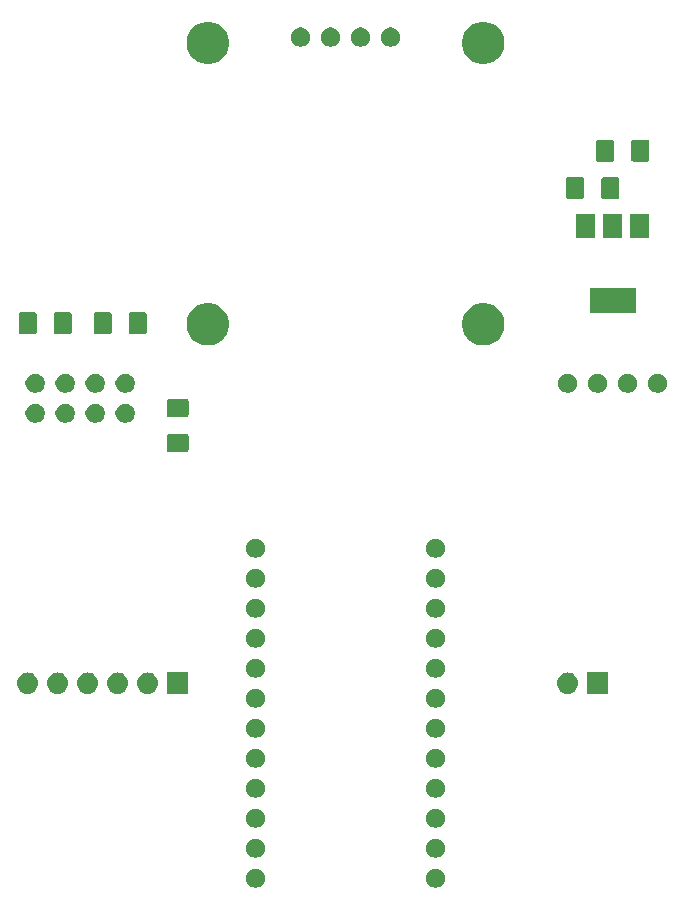
<source format=gbr>
G04 #@! TF.GenerationSoftware,KiCad,Pcbnew,5.1.4+dfsg1-1*
G04 #@! TF.CreationDate,2020-03-31T16:34:19+11:00*
G04 #@! TF.ProjectId,temp0_schematic,74656d70-305f-4736-9368-656d61746963,rev?*
G04 #@! TF.SameCoordinates,Original*
G04 #@! TF.FileFunction,Soldermask,Bot*
G04 #@! TF.FilePolarity,Negative*
%FSLAX46Y46*%
G04 Gerber Fmt 4.6, Leading zero omitted, Abs format (unit mm)*
G04 Created by KiCad (PCBNEW 5.1.4+dfsg1-1) date 2020-03-31 16:34:19*
%MOMM*%
%LPD*%
G04 APERTURE LIST*
%ADD10C,0.100000*%
G04 APERTURE END LIST*
D10*
G36*
X150347142Y-130028242D02*
G01*
X150495101Y-130089529D01*
X150628255Y-130178499D01*
X150741501Y-130291745D01*
X150830471Y-130424899D01*
X150891758Y-130572858D01*
X150923000Y-130729925D01*
X150923000Y-130890075D01*
X150891758Y-131047142D01*
X150830471Y-131195101D01*
X150741501Y-131328255D01*
X150628255Y-131441501D01*
X150495101Y-131530471D01*
X150347142Y-131591758D01*
X150190075Y-131623000D01*
X150029925Y-131623000D01*
X149872858Y-131591758D01*
X149724899Y-131530471D01*
X149591745Y-131441501D01*
X149478499Y-131328255D01*
X149389529Y-131195101D01*
X149328242Y-131047142D01*
X149297000Y-130890075D01*
X149297000Y-130729925D01*
X149328242Y-130572858D01*
X149389529Y-130424899D01*
X149478499Y-130291745D01*
X149591745Y-130178499D01*
X149724899Y-130089529D01*
X149872858Y-130028242D01*
X150029925Y-129997000D01*
X150190075Y-129997000D01*
X150347142Y-130028242D01*
X150347142Y-130028242D01*
G37*
G36*
X135107142Y-130028242D02*
G01*
X135255101Y-130089529D01*
X135388255Y-130178499D01*
X135501501Y-130291745D01*
X135590471Y-130424899D01*
X135651758Y-130572858D01*
X135683000Y-130729925D01*
X135683000Y-130890075D01*
X135651758Y-131047142D01*
X135590471Y-131195101D01*
X135501501Y-131328255D01*
X135388255Y-131441501D01*
X135255101Y-131530471D01*
X135107142Y-131591758D01*
X134950075Y-131623000D01*
X134789925Y-131623000D01*
X134632858Y-131591758D01*
X134484899Y-131530471D01*
X134351745Y-131441501D01*
X134238499Y-131328255D01*
X134149529Y-131195101D01*
X134088242Y-131047142D01*
X134057000Y-130890075D01*
X134057000Y-130729925D01*
X134088242Y-130572858D01*
X134149529Y-130424899D01*
X134238499Y-130291745D01*
X134351745Y-130178499D01*
X134484899Y-130089529D01*
X134632858Y-130028242D01*
X134789925Y-129997000D01*
X134950075Y-129997000D01*
X135107142Y-130028242D01*
X135107142Y-130028242D01*
G37*
G36*
X150347142Y-127488242D02*
G01*
X150495101Y-127549529D01*
X150628255Y-127638499D01*
X150741501Y-127751745D01*
X150830471Y-127884899D01*
X150891758Y-128032858D01*
X150923000Y-128189925D01*
X150923000Y-128350075D01*
X150891758Y-128507142D01*
X150830471Y-128655101D01*
X150741501Y-128788255D01*
X150628255Y-128901501D01*
X150495101Y-128990471D01*
X150347142Y-129051758D01*
X150190075Y-129083000D01*
X150029925Y-129083000D01*
X149872858Y-129051758D01*
X149724899Y-128990471D01*
X149591745Y-128901501D01*
X149478499Y-128788255D01*
X149389529Y-128655101D01*
X149328242Y-128507142D01*
X149297000Y-128350075D01*
X149297000Y-128189925D01*
X149328242Y-128032858D01*
X149389529Y-127884899D01*
X149478499Y-127751745D01*
X149591745Y-127638499D01*
X149724899Y-127549529D01*
X149872858Y-127488242D01*
X150029925Y-127457000D01*
X150190075Y-127457000D01*
X150347142Y-127488242D01*
X150347142Y-127488242D01*
G37*
G36*
X135107142Y-127488242D02*
G01*
X135255101Y-127549529D01*
X135388255Y-127638499D01*
X135501501Y-127751745D01*
X135590471Y-127884899D01*
X135651758Y-128032858D01*
X135683000Y-128189925D01*
X135683000Y-128350075D01*
X135651758Y-128507142D01*
X135590471Y-128655101D01*
X135501501Y-128788255D01*
X135388255Y-128901501D01*
X135255101Y-128990471D01*
X135107142Y-129051758D01*
X134950075Y-129083000D01*
X134789925Y-129083000D01*
X134632858Y-129051758D01*
X134484899Y-128990471D01*
X134351745Y-128901501D01*
X134238499Y-128788255D01*
X134149529Y-128655101D01*
X134088242Y-128507142D01*
X134057000Y-128350075D01*
X134057000Y-128189925D01*
X134088242Y-128032858D01*
X134149529Y-127884899D01*
X134238499Y-127751745D01*
X134351745Y-127638499D01*
X134484899Y-127549529D01*
X134632858Y-127488242D01*
X134789925Y-127457000D01*
X134950075Y-127457000D01*
X135107142Y-127488242D01*
X135107142Y-127488242D01*
G37*
G36*
X135107142Y-124948242D02*
G01*
X135255101Y-125009529D01*
X135388255Y-125098499D01*
X135501501Y-125211745D01*
X135590471Y-125344899D01*
X135651758Y-125492858D01*
X135683000Y-125649925D01*
X135683000Y-125810075D01*
X135651758Y-125967142D01*
X135590471Y-126115101D01*
X135501501Y-126248255D01*
X135388255Y-126361501D01*
X135255101Y-126450471D01*
X135107142Y-126511758D01*
X134950075Y-126543000D01*
X134789925Y-126543000D01*
X134632858Y-126511758D01*
X134484899Y-126450471D01*
X134351745Y-126361501D01*
X134238499Y-126248255D01*
X134149529Y-126115101D01*
X134088242Y-125967142D01*
X134057000Y-125810075D01*
X134057000Y-125649925D01*
X134088242Y-125492858D01*
X134149529Y-125344899D01*
X134238499Y-125211745D01*
X134351745Y-125098499D01*
X134484899Y-125009529D01*
X134632858Y-124948242D01*
X134789925Y-124917000D01*
X134950075Y-124917000D01*
X135107142Y-124948242D01*
X135107142Y-124948242D01*
G37*
G36*
X150347142Y-124948242D02*
G01*
X150495101Y-125009529D01*
X150628255Y-125098499D01*
X150741501Y-125211745D01*
X150830471Y-125344899D01*
X150891758Y-125492858D01*
X150923000Y-125649925D01*
X150923000Y-125810075D01*
X150891758Y-125967142D01*
X150830471Y-126115101D01*
X150741501Y-126248255D01*
X150628255Y-126361501D01*
X150495101Y-126450471D01*
X150347142Y-126511758D01*
X150190075Y-126543000D01*
X150029925Y-126543000D01*
X149872858Y-126511758D01*
X149724899Y-126450471D01*
X149591745Y-126361501D01*
X149478499Y-126248255D01*
X149389529Y-126115101D01*
X149328242Y-125967142D01*
X149297000Y-125810075D01*
X149297000Y-125649925D01*
X149328242Y-125492858D01*
X149389529Y-125344899D01*
X149478499Y-125211745D01*
X149591745Y-125098499D01*
X149724899Y-125009529D01*
X149872858Y-124948242D01*
X150029925Y-124917000D01*
X150190075Y-124917000D01*
X150347142Y-124948242D01*
X150347142Y-124948242D01*
G37*
G36*
X135107142Y-122408242D02*
G01*
X135255101Y-122469529D01*
X135388255Y-122558499D01*
X135501501Y-122671745D01*
X135590471Y-122804899D01*
X135651758Y-122952858D01*
X135683000Y-123109925D01*
X135683000Y-123270075D01*
X135651758Y-123427142D01*
X135590471Y-123575101D01*
X135501501Y-123708255D01*
X135388255Y-123821501D01*
X135255101Y-123910471D01*
X135107142Y-123971758D01*
X134950075Y-124003000D01*
X134789925Y-124003000D01*
X134632858Y-123971758D01*
X134484899Y-123910471D01*
X134351745Y-123821501D01*
X134238499Y-123708255D01*
X134149529Y-123575101D01*
X134088242Y-123427142D01*
X134057000Y-123270075D01*
X134057000Y-123109925D01*
X134088242Y-122952858D01*
X134149529Y-122804899D01*
X134238499Y-122671745D01*
X134351745Y-122558499D01*
X134484899Y-122469529D01*
X134632858Y-122408242D01*
X134789925Y-122377000D01*
X134950075Y-122377000D01*
X135107142Y-122408242D01*
X135107142Y-122408242D01*
G37*
G36*
X150347142Y-122408242D02*
G01*
X150495101Y-122469529D01*
X150628255Y-122558499D01*
X150741501Y-122671745D01*
X150830471Y-122804899D01*
X150891758Y-122952858D01*
X150923000Y-123109925D01*
X150923000Y-123270075D01*
X150891758Y-123427142D01*
X150830471Y-123575101D01*
X150741501Y-123708255D01*
X150628255Y-123821501D01*
X150495101Y-123910471D01*
X150347142Y-123971758D01*
X150190075Y-124003000D01*
X150029925Y-124003000D01*
X149872858Y-123971758D01*
X149724899Y-123910471D01*
X149591745Y-123821501D01*
X149478499Y-123708255D01*
X149389529Y-123575101D01*
X149328242Y-123427142D01*
X149297000Y-123270075D01*
X149297000Y-123109925D01*
X149328242Y-122952858D01*
X149389529Y-122804899D01*
X149478499Y-122671745D01*
X149591745Y-122558499D01*
X149724899Y-122469529D01*
X149872858Y-122408242D01*
X150029925Y-122377000D01*
X150190075Y-122377000D01*
X150347142Y-122408242D01*
X150347142Y-122408242D01*
G37*
G36*
X150347142Y-119868242D02*
G01*
X150495101Y-119929529D01*
X150628255Y-120018499D01*
X150741501Y-120131745D01*
X150830471Y-120264899D01*
X150891758Y-120412858D01*
X150923000Y-120569925D01*
X150923000Y-120730075D01*
X150891758Y-120887142D01*
X150830471Y-121035101D01*
X150741501Y-121168255D01*
X150628255Y-121281501D01*
X150495101Y-121370471D01*
X150347142Y-121431758D01*
X150190075Y-121463000D01*
X150029925Y-121463000D01*
X149872858Y-121431758D01*
X149724899Y-121370471D01*
X149591745Y-121281501D01*
X149478499Y-121168255D01*
X149389529Y-121035101D01*
X149328242Y-120887142D01*
X149297000Y-120730075D01*
X149297000Y-120569925D01*
X149328242Y-120412858D01*
X149389529Y-120264899D01*
X149478499Y-120131745D01*
X149591745Y-120018499D01*
X149724899Y-119929529D01*
X149872858Y-119868242D01*
X150029925Y-119837000D01*
X150190075Y-119837000D01*
X150347142Y-119868242D01*
X150347142Y-119868242D01*
G37*
G36*
X135107142Y-119868242D02*
G01*
X135255101Y-119929529D01*
X135388255Y-120018499D01*
X135501501Y-120131745D01*
X135590471Y-120264899D01*
X135651758Y-120412858D01*
X135683000Y-120569925D01*
X135683000Y-120730075D01*
X135651758Y-120887142D01*
X135590471Y-121035101D01*
X135501501Y-121168255D01*
X135388255Y-121281501D01*
X135255101Y-121370471D01*
X135107142Y-121431758D01*
X134950075Y-121463000D01*
X134789925Y-121463000D01*
X134632858Y-121431758D01*
X134484899Y-121370471D01*
X134351745Y-121281501D01*
X134238499Y-121168255D01*
X134149529Y-121035101D01*
X134088242Y-120887142D01*
X134057000Y-120730075D01*
X134057000Y-120569925D01*
X134088242Y-120412858D01*
X134149529Y-120264899D01*
X134238499Y-120131745D01*
X134351745Y-120018499D01*
X134484899Y-119929529D01*
X134632858Y-119868242D01*
X134789925Y-119837000D01*
X134950075Y-119837000D01*
X135107142Y-119868242D01*
X135107142Y-119868242D01*
G37*
G36*
X150347142Y-117328242D02*
G01*
X150495101Y-117389529D01*
X150628255Y-117478499D01*
X150741501Y-117591745D01*
X150830471Y-117724899D01*
X150891758Y-117872858D01*
X150923000Y-118029925D01*
X150923000Y-118190075D01*
X150891758Y-118347142D01*
X150830471Y-118495101D01*
X150741501Y-118628255D01*
X150628255Y-118741501D01*
X150495101Y-118830471D01*
X150347142Y-118891758D01*
X150190075Y-118923000D01*
X150029925Y-118923000D01*
X149872858Y-118891758D01*
X149724899Y-118830471D01*
X149591745Y-118741501D01*
X149478499Y-118628255D01*
X149389529Y-118495101D01*
X149328242Y-118347142D01*
X149297000Y-118190075D01*
X149297000Y-118029925D01*
X149328242Y-117872858D01*
X149389529Y-117724899D01*
X149478499Y-117591745D01*
X149591745Y-117478499D01*
X149724899Y-117389529D01*
X149872858Y-117328242D01*
X150029925Y-117297000D01*
X150190075Y-117297000D01*
X150347142Y-117328242D01*
X150347142Y-117328242D01*
G37*
G36*
X135107142Y-117328242D02*
G01*
X135255101Y-117389529D01*
X135388255Y-117478499D01*
X135501501Y-117591745D01*
X135590471Y-117724899D01*
X135651758Y-117872858D01*
X135683000Y-118029925D01*
X135683000Y-118190075D01*
X135651758Y-118347142D01*
X135590471Y-118495101D01*
X135501501Y-118628255D01*
X135388255Y-118741501D01*
X135255101Y-118830471D01*
X135107142Y-118891758D01*
X134950075Y-118923000D01*
X134789925Y-118923000D01*
X134632858Y-118891758D01*
X134484899Y-118830471D01*
X134351745Y-118741501D01*
X134238499Y-118628255D01*
X134149529Y-118495101D01*
X134088242Y-118347142D01*
X134057000Y-118190075D01*
X134057000Y-118029925D01*
X134088242Y-117872858D01*
X134149529Y-117724899D01*
X134238499Y-117591745D01*
X134351745Y-117478499D01*
X134484899Y-117389529D01*
X134632858Y-117328242D01*
X134789925Y-117297000D01*
X134950075Y-117297000D01*
X135107142Y-117328242D01*
X135107142Y-117328242D01*
G37*
G36*
X150347142Y-114788242D02*
G01*
X150495101Y-114849529D01*
X150628255Y-114938499D01*
X150741501Y-115051745D01*
X150830471Y-115184899D01*
X150891758Y-115332858D01*
X150923000Y-115489925D01*
X150923000Y-115650075D01*
X150891758Y-115807142D01*
X150830471Y-115955101D01*
X150741501Y-116088255D01*
X150628255Y-116201501D01*
X150495101Y-116290471D01*
X150347142Y-116351758D01*
X150190075Y-116383000D01*
X150029925Y-116383000D01*
X149872858Y-116351758D01*
X149724899Y-116290471D01*
X149591745Y-116201501D01*
X149478499Y-116088255D01*
X149389529Y-115955101D01*
X149328242Y-115807142D01*
X149297000Y-115650075D01*
X149297000Y-115489925D01*
X149328242Y-115332858D01*
X149389529Y-115184899D01*
X149478499Y-115051745D01*
X149591745Y-114938499D01*
X149724899Y-114849529D01*
X149872858Y-114788242D01*
X150029925Y-114757000D01*
X150190075Y-114757000D01*
X150347142Y-114788242D01*
X150347142Y-114788242D01*
G37*
G36*
X135107142Y-114788242D02*
G01*
X135255101Y-114849529D01*
X135388255Y-114938499D01*
X135501501Y-115051745D01*
X135590471Y-115184899D01*
X135651758Y-115332858D01*
X135683000Y-115489925D01*
X135683000Y-115650075D01*
X135651758Y-115807142D01*
X135590471Y-115955101D01*
X135501501Y-116088255D01*
X135388255Y-116201501D01*
X135255101Y-116290471D01*
X135107142Y-116351758D01*
X134950075Y-116383000D01*
X134789925Y-116383000D01*
X134632858Y-116351758D01*
X134484899Y-116290471D01*
X134351745Y-116201501D01*
X134238499Y-116088255D01*
X134149529Y-115955101D01*
X134088242Y-115807142D01*
X134057000Y-115650075D01*
X134057000Y-115489925D01*
X134088242Y-115332858D01*
X134149529Y-115184899D01*
X134238499Y-115051745D01*
X134351745Y-114938499D01*
X134484899Y-114849529D01*
X134632858Y-114788242D01*
X134789925Y-114757000D01*
X134950075Y-114757000D01*
X135107142Y-114788242D01*
X135107142Y-114788242D01*
G37*
G36*
X123300443Y-113405519D02*
G01*
X123366627Y-113412037D01*
X123536466Y-113463557D01*
X123692991Y-113547222D01*
X123728729Y-113576552D01*
X123830186Y-113659814D01*
X123904585Y-113750471D01*
X123942778Y-113797009D01*
X124026443Y-113953534D01*
X124077963Y-114123373D01*
X124095359Y-114300000D01*
X124077963Y-114476627D01*
X124026443Y-114646466D01*
X123942778Y-114802991D01*
X123913448Y-114838729D01*
X123830186Y-114940186D01*
X123728729Y-115023448D01*
X123692991Y-115052778D01*
X123536466Y-115136443D01*
X123366627Y-115187963D01*
X123300442Y-115194482D01*
X123234260Y-115201000D01*
X123145740Y-115201000D01*
X123079558Y-115194482D01*
X123013373Y-115187963D01*
X122843534Y-115136443D01*
X122687009Y-115052778D01*
X122651271Y-115023448D01*
X122549814Y-114940186D01*
X122466552Y-114838729D01*
X122437222Y-114802991D01*
X122353557Y-114646466D01*
X122302037Y-114476627D01*
X122284641Y-114300000D01*
X122302037Y-114123373D01*
X122353557Y-113953534D01*
X122437222Y-113797009D01*
X122475415Y-113750471D01*
X122549814Y-113659814D01*
X122651271Y-113576552D01*
X122687009Y-113547222D01*
X122843534Y-113463557D01*
X123013373Y-113412037D01*
X123079557Y-113405519D01*
X123145740Y-113399000D01*
X123234260Y-113399000D01*
X123300443Y-113405519D01*
X123300443Y-113405519D01*
G37*
G36*
X161400443Y-113405519D02*
G01*
X161466627Y-113412037D01*
X161636466Y-113463557D01*
X161792991Y-113547222D01*
X161828729Y-113576552D01*
X161930186Y-113659814D01*
X162004585Y-113750471D01*
X162042778Y-113797009D01*
X162126443Y-113953534D01*
X162177963Y-114123373D01*
X162195359Y-114300000D01*
X162177963Y-114476627D01*
X162126443Y-114646466D01*
X162042778Y-114802991D01*
X162013448Y-114838729D01*
X161930186Y-114940186D01*
X161828729Y-115023448D01*
X161792991Y-115052778D01*
X161636466Y-115136443D01*
X161466627Y-115187963D01*
X161400442Y-115194482D01*
X161334260Y-115201000D01*
X161245740Y-115201000D01*
X161179558Y-115194482D01*
X161113373Y-115187963D01*
X160943534Y-115136443D01*
X160787009Y-115052778D01*
X160751271Y-115023448D01*
X160649814Y-114940186D01*
X160566552Y-114838729D01*
X160537222Y-114802991D01*
X160453557Y-114646466D01*
X160402037Y-114476627D01*
X160384641Y-114300000D01*
X160402037Y-114123373D01*
X160453557Y-113953534D01*
X160537222Y-113797009D01*
X160575415Y-113750471D01*
X160649814Y-113659814D01*
X160751271Y-113576552D01*
X160787009Y-113547222D01*
X160943534Y-113463557D01*
X161113373Y-113412037D01*
X161179557Y-113405519D01*
X161245740Y-113399000D01*
X161334260Y-113399000D01*
X161400443Y-113405519D01*
X161400443Y-113405519D01*
G37*
G36*
X164731000Y-115201000D02*
G01*
X162929000Y-115201000D01*
X162929000Y-113399000D01*
X164731000Y-113399000D01*
X164731000Y-115201000D01*
X164731000Y-115201000D01*
G37*
G36*
X129171000Y-115201000D02*
G01*
X127369000Y-115201000D01*
X127369000Y-113399000D01*
X129171000Y-113399000D01*
X129171000Y-115201000D01*
X129171000Y-115201000D01*
G37*
G36*
X125840443Y-113405519D02*
G01*
X125906627Y-113412037D01*
X126076466Y-113463557D01*
X126232991Y-113547222D01*
X126268729Y-113576552D01*
X126370186Y-113659814D01*
X126444585Y-113750471D01*
X126482778Y-113797009D01*
X126566443Y-113953534D01*
X126617963Y-114123373D01*
X126635359Y-114300000D01*
X126617963Y-114476627D01*
X126566443Y-114646466D01*
X126482778Y-114802991D01*
X126453448Y-114838729D01*
X126370186Y-114940186D01*
X126268729Y-115023448D01*
X126232991Y-115052778D01*
X126076466Y-115136443D01*
X125906627Y-115187963D01*
X125840442Y-115194482D01*
X125774260Y-115201000D01*
X125685740Y-115201000D01*
X125619558Y-115194482D01*
X125553373Y-115187963D01*
X125383534Y-115136443D01*
X125227009Y-115052778D01*
X125191271Y-115023448D01*
X125089814Y-114940186D01*
X125006552Y-114838729D01*
X124977222Y-114802991D01*
X124893557Y-114646466D01*
X124842037Y-114476627D01*
X124824641Y-114300000D01*
X124842037Y-114123373D01*
X124893557Y-113953534D01*
X124977222Y-113797009D01*
X125015415Y-113750471D01*
X125089814Y-113659814D01*
X125191271Y-113576552D01*
X125227009Y-113547222D01*
X125383534Y-113463557D01*
X125553373Y-113412037D01*
X125619557Y-113405519D01*
X125685740Y-113399000D01*
X125774260Y-113399000D01*
X125840443Y-113405519D01*
X125840443Y-113405519D01*
G37*
G36*
X120760443Y-113405519D02*
G01*
X120826627Y-113412037D01*
X120996466Y-113463557D01*
X121152991Y-113547222D01*
X121188729Y-113576552D01*
X121290186Y-113659814D01*
X121364585Y-113750471D01*
X121402778Y-113797009D01*
X121486443Y-113953534D01*
X121537963Y-114123373D01*
X121555359Y-114300000D01*
X121537963Y-114476627D01*
X121486443Y-114646466D01*
X121402778Y-114802991D01*
X121373448Y-114838729D01*
X121290186Y-114940186D01*
X121188729Y-115023448D01*
X121152991Y-115052778D01*
X120996466Y-115136443D01*
X120826627Y-115187963D01*
X120760442Y-115194482D01*
X120694260Y-115201000D01*
X120605740Y-115201000D01*
X120539558Y-115194482D01*
X120473373Y-115187963D01*
X120303534Y-115136443D01*
X120147009Y-115052778D01*
X120111271Y-115023448D01*
X120009814Y-114940186D01*
X119926552Y-114838729D01*
X119897222Y-114802991D01*
X119813557Y-114646466D01*
X119762037Y-114476627D01*
X119744641Y-114300000D01*
X119762037Y-114123373D01*
X119813557Y-113953534D01*
X119897222Y-113797009D01*
X119935415Y-113750471D01*
X120009814Y-113659814D01*
X120111271Y-113576552D01*
X120147009Y-113547222D01*
X120303534Y-113463557D01*
X120473373Y-113412037D01*
X120539557Y-113405519D01*
X120605740Y-113399000D01*
X120694260Y-113399000D01*
X120760443Y-113405519D01*
X120760443Y-113405519D01*
G37*
G36*
X118220443Y-113405519D02*
G01*
X118286627Y-113412037D01*
X118456466Y-113463557D01*
X118612991Y-113547222D01*
X118648729Y-113576552D01*
X118750186Y-113659814D01*
X118824585Y-113750471D01*
X118862778Y-113797009D01*
X118946443Y-113953534D01*
X118997963Y-114123373D01*
X119015359Y-114300000D01*
X118997963Y-114476627D01*
X118946443Y-114646466D01*
X118862778Y-114802991D01*
X118833448Y-114838729D01*
X118750186Y-114940186D01*
X118648729Y-115023448D01*
X118612991Y-115052778D01*
X118456466Y-115136443D01*
X118286627Y-115187963D01*
X118220442Y-115194482D01*
X118154260Y-115201000D01*
X118065740Y-115201000D01*
X117999558Y-115194482D01*
X117933373Y-115187963D01*
X117763534Y-115136443D01*
X117607009Y-115052778D01*
X117571271Y-115023448D01*
X117469814Y-114940186D01*
X117386552Y-114838729D01*
X117357222Y-114802991D01*
X117273557Y-114646466D01*
X117222037Y-114476627D01*
X117204641Y-114300000D01*
X117222037Y-114123373D01*
X117273557Y-113953534D01*
X117357222Y-113797009D01*
X117395415Y-113750471D01*
X117469814Y-113659814D01*
X117571271Y-113576552D01*
X117607009Y-113547222D01*
X117763534Y-113463557D01*
X117933373Y-113412037D01*
X117999557Y-113405519D01*
X118065740Y-113399000D01*
X118154260Y-113399000D01*
X118220443Y-113405519D01*
X118220443Y-113405519D01*
G37*
G36*
X115680443Y-113405519D02*
G01*
X115746627Y-113412037D01*
X115916466Y-113463557D01*
X116072991Y-113547222D01*
X116108729Y-113576552D01*
X116210186Y-113659814D01*
X116284585Y-113750471D01*
X116322778Y-113797009D01*
X116406443Y-113953534D01*
X116457963Y-114123373D01*
X116475359Y-114300000D01*
X116457963Y-114476627D01*
X116406443Y-114646466D01*
X116322778Y-114802991D01*
X116293448Y-114838729D01*
X116210186Y-114940186D01*
X116108729Y-115023448D01*
X116072991Y-115052778D01*
X115916466Y-115136443D01*
X115746627Y-115187963D01*
X115680442Y-115194482D01*
X115614260Y-115201000D01*
X115525740Y-115201000D01*
X115459558Y-115194482D01*
X115393373Y-115187963D01*
X115223534Y-115136443D01*
X115067009Y-115052778D01*
X115031271Y-115023448D01*
X114929814Y-114940186D01*
X114846552Y-114838729D01*
X114817222Y-114802991D01*
X114733557Y-114646466D01*
X114682037Y-114476627D01*
X114664641Y-114300000D01*
X114682037Y-114123373D01*
X114733557Y-113953534D01*
X114817222Y-113797009D01*
X114855415Y-113750471D01*
X114929814Y-113659814D01*
X115031271Y-113576552D01*
X115067009Y-113547222D01*
X115223534Y-113463557D01*
X115393373Y-113412037D01*
X115459557Y-113405519D01*
X115525740Y-113399000D01*
X115614260Y-113399000D01*
X115680443Y-113405519D01*
X115680443Y-113405519D01*
G37*
G36*
X135107142Y-112248242D02*
G01*
X135255101Y-112309529D01*
X135388255Y-112398499D01*
X135501501Y-112511745D01*
X135590471Y-112644899D01*
X135651758Y-112792858D01*
X135683000Y-112949925D01*
X135683000Y-113110075D01*
X135651758Y-113267142D01*
X135590471Y-113415101D01*
X135501501Y-113548255D01*
X135388255Y-113661501D01*
X135255101Y-113750471D01*
X135107142Y-113811758D01*
X134950075Y-113843000D01*
X134789925Y-113843000D01*
X134632858Y-113811758D01*
X134484899Y-113750471D01*
X134351745Y-113661501D01*
X134238499Y-113548255D01*
X134149529Y-113415101D01*
X134088242Y-113267142D01*
X134057000Y-113110075D01*
X134057000Y-112949925D01*
X134088242Y-112792858D01*
X134149529Y-112644899D01*
X134238499Y-112511745D01*
X134351745Y-112398499D01*
X134484899Y-112309529D01*
X134632858Y-112248242D01*
X134789925Y-112217000D01*
X134950075Y-112217000D01*
X135107142Y-112248242D01*
X135107142Y-112248242D01*
G37*
G36*
X150347142Y-112248242D02*
G01*
X150495101Y-112309529D01*
X150628255Y-112398499D01*
X150741501Y-112511745D01*
X150830471Y-112644899D01*
X150891758Y-112792858D01*
X150923000Y-112949925D01*
X150923000Y-113110075D01*
X150891758Y-113267142D01*
X150830471Y-113415101D01*
X150741501Y-113548255D01*
X150628255Y-113661501D01*
X150495101Y-113750471D01*
X150347142Y-113811758D01*
X150190075Y-113843000D01*
X150029925Y-113843000D01*
X149872858Y-113811758D01*
X149724899Y-113750471D01*
X149591745Y-113661501D01*
X149478499Y-113548255D01*
X149389529Y-113415101D01*
X149328242Y-113267142D01*
X149297000Y-113110075D01*
X149297000Y-112949925D01*
X149328242Y-112792858D01*
X149389529Y-112644899D01*
X149478499Y-112511745D01*
X149591745Y-112398499D01*
X149724899Y-112309529D01*
X149872858Y-112248242D01*
X150029925Y-112217000D01*
X150190075Y-112217000D01*
X150347142Y-112248242D01*
X150347142Y-112248242D01*
G37*
G36*
X135107142Y-109708242D02*
G01*
X135255101Y-109769529D01*
X135388255Y-109858499D01*
X135501501Y-109971745D01*
X135590471Y-110104899D01*
X135651758Y-110252858D01*
X135683000Y-110409925D01*
X135683000Y-110570075D01*
X135651758Y-110727142D01*
X135590471Y-110875101D01*
X135501501Y-111008255D01*
X135388255Y-111121501D01*
X135255101Y-111210471D01*
X135107142Y-111271758D01*
X134950075Y-111303000D01*
X134789925Y-111303000D01*
X134632858Y-111271758D01*
X134484899Y-111210471D01*
X134351745Y-111121501D01*
X134238499Y-111008255D01*
X134149529Y-110875101D01*
X134088242Y-110727142D01*
X134057000Y-110570075D01*
X134057000Y-110409925D01*
X134088242Y-110252858D01*
X134149529Y-110104899D01*
X134238499Y-109971745D01*
X134351745Y-109858499D01*
X134484899Y-109769529D01*
X134632858Y-109708242D01*
X134789925Y-109677000D01*
X134950075Y-109677000D01*
X135107142Y-109708242D01*
X135107142Y-109708242D01*
G37*
G36*
X150347142Y-109708242D02*
G01*
X150495101Y-109769529D01*
X150628255Y-109858499D01*
X150741501Y-109971745D01*
X150830471Y-110104899D01*
X150891758Y-110252858D01*
X150923000Y-110409925D01*
X150923000Y-110570075D01*
X150891758Y-110727142D01*
X150830471Y-110875101D01*
X150741501Y-111008255D01*
X150628255Y-111121501D01*
X150495101Y-111210471D01*
X150347142Y-111271758D01*
X150190075Y-111303000D01*
X150029925Y-111303000D01*
X149872858Y-111271758D01*
X149724899Y-111210471D01*
X149591745Y-111121501D01*
X149478499Y-111008255D01*
X149389529Y-110875101D01*
X149328242Y-110727142D01*
X149297000Y-110570075D01*
X149297000Y-110409925D01*
X149328242Y-110252858D01*
X149389529Y-110104899D01*
X149478499Y-109971745D01*
X149591745Y-109858499D01*
X149724899Y-109769529D01*
X149872858Y-109708242D01*
X150029925Y-109677000D01*
X150190075Y-109677000D01*
X150347142Y-109708242D01*
X150347142Y-109708242D01*
G37*
G36*
X150347142Y-107168242D02*
G01*
X150495101Y-107229529D01*
X150628255Y-107318499D01*
X150741501Y-107431745D01*
X150830471Y-107564899D01*
X150891758Y-107712858D01*
X150923000Y-107869925D01*
X150923000Y-108030075D01*
X150891758Y-108187142D01*
X150830471Y-108335101D01*
X150741501Y-108468255D01*
X150628255Y-108581501D01*
X150495101Y-108670471D01*
X150347142Y-108731758D01*
X150190075Y-108763000D01*
X150029925Y-108763000D01*
X149872858Y-108731758D01*
X149724899Y-108670471D01*
X149591745Y-108581501D01*
X149478499Y-108468255D01*
X149389529Y-108335101D01*
X149328242Y-108187142D01*
X149297000Y-108030075D01*
X149297000Y-107869925D01*
X149328242Y-107712858D01*
X149389529Y-107564899D01*
X149478499Y-107431745D01*
X149591745Y-107318499D01*
X149724899Y-107229529D01*
X149872858Y-107168242D01*
X150029925Y-107137000D01*
X150190075Y-107137000D01*
X150347142Y-107168242D01*
X150347142Y-107168242D01*
G37*
G36*
X135107142Y-107168242D02*
G01*
X135255101Y-107229529D01*
X135388255Y-107318499D01*
X135501501Y-107431745D01*
X135590471Y-107564899D01*
X135651758Y-107712858D01*
X135683000Y-107869925D01*
X135683000Y-108030075D01*
X135651758Y-108187142D01*
X135590471Y-108335101D01*
X135501501Y-108468255D01*
X135388255Y-108581501D01*
X135255101Y-108670471D01*
X135107142Y-108731758D01*
X134950075Y-108763000D01*
X134789925Y-108763000D01*
X134632858Y-108731758D01*
X134484899Y-108670471D01*
X134351745Y-108581501D01*
X134238499Y-108468255D01*
X134149529Y-108335101D01*
X134088242Y-108187142D01*
X134057000Y-108030075D01*
X134057000Y-107869925D01*
X134088242Y-107712858D01*
X134149529Y-107564899D01*
X134238499Y-107431745D01*
X134351745Y-107318499D01*
X134484899Y-107229529D01*
X134632858Y-107168242D01*
X134789925Y-107137000D01*
X134950075Y-107137000D01*
X135107142Y-107168242D01*
X135107142Y-107168242D01*
G37*
G36*
X150347142Y-104628242D02*
G01*
X150495101Y-104689529D01*
X150628255Y-104778499D01*
X150741501Y-104891745D01*
X150830471Y-105024899D01*
X150891758Y-105172858D01*
X150923000Y-105329925D01*
X150923000Y-105490075D01*
X150891758Y-105647142D01*
X150830471Y-105795101D01*
X150741501Y-105928255D01*
X150628255Y-106041501D01*
X150495101Y-106130471D01*
X150347142Y-106191758D01*
X150190075Y-106223000D01*
X150029925Y-106223000D01*
X149872858Y-106191758D01*
X149724899Y-106130471D01*
X149591745Y-106041501D01*
X149478499Y-105928255D01*
X149389529Y-105795101D01*
X149328242Y-105647142D01*
X149297000Y-105490075D01*
X149297000Y-105329925D01*
X149328242Y-105172858D01*
X149389529Y-105024899D01*
X149478499Y-104891745D01*
X149591745Y-104778499D01*
X149724899Y-104689529D01*
X149872858Y-104628242D01*
X150029925Y-104597000D01*
X150190075Y-104597000D01*
X150347142Y-104628242D01*
X150347142Y-104628242D01*
G37*
G36*
X135107142Y-104628242D02*
G01*
X135255101Y-104689529D01*
X135388255Y-104778499D01*
X135501501Y-104891745D01*
X135590471Y-105024899D01*
X135651758Y-105172858D01*
X135683000Y-105329925D01*
X135683000Y-105490075D01*
X135651758Y-105647142D01*
X135590471Y-105795101D01*
X135501501Y-105928255D01*
X135388255Y-106041501D01*
X135255101Y-106130471D01*
X135107142Y-106191758D01*
X134950075Y-106223000D01*
X134789925Y-106223000D01*
X134632858Y-106191758D01*
X134484899Y-106130471D01*
X134351745Y-106041501D01*
X134238499Y-105928255D01*
X134149529Y-105795101D01*
X134088242Y-105647142D01*
X134057000Y-105490075D01*
X134057000Y-105329925D01*
X134088242Y-105172858D01*
X134149529Y-105024899D01*
X134238499Y-104891745D01*
X134351745Y-104778499D01*
X134484899Y-104689529D01*
X134632858Y-104628242D01*
X134789925Y-104597000D01*
X134950075Y-104597000D01*
X135107142Y-104628242D01*
X135107142Y-104628242D01*
G37*
G36*
X150347142Y-102088242D02*
G01*
X150495101Y-102149529D01*
X150628255Y-102238499D01*
X150741501Y-102351745D01*
X150830471Y-102484899D01*
X150891758Y-102632858D01*
X150923000Y-102789925D01*
X150923000Y-102950075D01*
X150891758Y-103107142D01*
X150830471Y-103255101D01*
X150741501Y-103388255D01*
X150628255Y-103501501D01*
X150495101Y-103590471D01*
X150347142Y-103651758D01*
X150190075Y-103683000D01*
X150029925Y-103683000D01*
X149872858Y-103651758D01*
X149724899Y-103590471D01*
X149591745Y-103501501D01*
X149478499Y-103388255D01*
X149389529Y-103255101D01*
X149328242Y-103107142D01*
X149297000Y-102950075D01*
X149297000Y-102789925D01*
X149328242Y-102632858D01*
X149389529Y-102484899D01*
X149478499Y-102351745D01*
X149591745Y-102238499D01*
X149724899Y-102149529D01*
X149872858Y-102088242D01*
X150029925Y-102057000D01*
X150190075Y-102057000D01*
X150347142Y-102088242D01*
X150347142Y-102088242D01*
G37*
G36*
X135107142Y-102088242D02*
G01*
X135255101Y-102149529D01*
X135388255Y-102238499D01*
X135501501Y-102351745D01*
X135590471Y-102484899D01*
X135651758Y-102632858D01*
X135683000Y-102789925D01*
X135683000Y-102950075D01*
X135651758Y-103107142D01*
X135590471Y-103255101D01*
X135501501Y-103388255D01*
X135388255Y-103501501D01*
X135255101Y-103590471D01*
X135107142Y-103651758D01*
X134950075Y-103683000D01*
X134789925Y-103683000D01*
X134632858Y-103651758D01*
X134484899Y-103590471D01*
X134351745Y-103501501D01*
X134238499Y-103388255D01*
X134149529Y-103255101D01*
X134088242Y-103107142D01*
X134057000Y-102950075D01*
X134057000Y-102789925D01*
X134088242Y-102632858D01*
X134149529Y-102484899D01*
X134238499Y-102351745D01*
X134351745Y-102238499D01*
X134484899Y-102149529D01*
X134632858Y-102088242D01*
X134789925Y-102057000D01*
X134950075Y-102057000D01*
X135107142Y-102088242D01*
X135107142Y-102088242D01*
G37*
G36*
X129045562Y-93220681D02*
G01*
X129080481Y-93231274D01*
X129112663Y-93248476D01*
X129140873Y-93271627D01*
X129164024Y-93299837D01*
X129181226Y-93332019D01*
X129191819Y-93366938D01*
X129196000Y-93409395D01*
X129196000Y-94550605D01*
X129191819Y-94593062D01*
X129181226Y-94627981D01*
X129164024Y-94660163D01*
X129140873Y-94688373D01*
X129112663Y-94711524D01*
X129080481Y-94728726D01*
X129045562Y-94739319D01*
X129003105Y-94743500D01*
X127536895Y-94743500D01*
X127494438Y-94739319D01*
X127459519Y-94728726D01*
X127427337Y-94711524D01*
X127399127Y-94688373D01*
X127375976Y-94660163D01*
X127358774Y-94627981D01*
X127348181Y-94593062D01*
X127344000Y-94550605D01*
X127344000Y-93409395D01*
X127348181Y-93366938D01*
X127358774Y-93332019D01*
X127375976Y-93299837D01*
X127399127Y-93271627D01*
X127427337Y-93248476D01*
X127459519Y-93231274D01*
X127494438Y-93220681D01*
X127536895Y-93216500D01*
X129003105Y-93216500D01*
X129045562Y-93220681D01*
X129045562Y-93220681D01*
G37*
G36*
X116442142Y-90658242D02*
G01*
X116590101Y-90719529D01*
X116723255Y-90808499D01*
X116836501Y-90921745D01*
X116925471Y-91054899D01*
X116986758Y-91202858D01*
X117018000Y-91359925D01*
X117018000Y-91520075D01*
X116986758Y-91677142D01*
X116925471Y-91825101D01*
X116836501Y-91958255D01*
X116723255Y-92071501D01*
X116590101Y-92160471D01*
X116442142Y-92221758D01*
X116285075Y-92253000D01*
X116124925Y-92253000D01*
X115967858Y-92221758D01*
X115819899Y-92160471D01*
X115686745Y-92071501D01*
X115573499Y-91958255D01*
X115484529Y-91825101D01*
X115423242Y-91677142D01*
X115392000Y-91520075D01*
X115392000Y-91359925D01*
X115423242Y-91202858D01*
X115484529Y-91054899D01*
X115573499Y-90921745D01*
X115686745Y-90808499D01*
X115819899Y-90719529D01*
X115967858Y-90658242D01*
X116124925Y-90627000D01*
X116285075Y-90627000D01*
X116442142Y-90658242D01*
X116442142Y-90658242D01*
G37*
G36*
X124062142Y-90658242D02*
G01*
X124210101Y-90719529D01*
X124343255Y-90808499D01*
X124456501Y-90921745D01*
X124545471Y-91054899D01*
X124606758Y-91202858D01*
X124638000Y-91359925D01*
X124638000Y-91520075D01*
X124606758Y-91677142D01*
X124545471Y-91825101D01*
X124456501Y-91958255D01*
X124343255Y-92071501D01*
X124210101Y-92160471D01*
X124062142Y-92221758D01*
X123905075Y-92253000D01*
X123744925Y-92253000D01*
X123587858Y-92221758D01*
X123439899Y-92160471D01*
X123306745Y-92071501D01*
X123193499Y-91958255D01*
X123104529Y-91825101D01*
X123043242Y-91677142D01*
X123012000Y-91520075D01*
X123012000Y-91359925D01*
X123043242Y-91202858D01*
X123104529Y-91054899D01*
X123193499Y-90921745D01*
X123306745Y-90808499D01*
X123439899Y-90719529D01*
X123587858Y-90658242D01*
X123744925Y-90627000D01*
X123905075Y-90627000D01*
X124062142Y-90658242D01*
X124062142Y-90658242D01*
G37*
G36*
X121522142Y-90658242D02*
G01*
X121670101Y-90719529D01*
X121803255Y-90808499D01*
X121916501Y-90921745D01*
X122005471Y-91054899D01*
X122066758Y-91202858D01*
X122098000Y-91359925D01*
X122098000Y-91520075D01*
X122066758Y-91677142D01*
X122005471Y-91825101D01*
X121916501Y-91958255D01*
X121803255Y-92071501D01*
X121670101Y-92160471D01*
X121522142Y-92221758D01*
X121365075Y-92253000D01*
X121204925Y-92253000D01*
X121047858Y-92221758D01*
X120899899Y-92160471D01*
X120766745Y-92071501D01*
X120653499Y-91958255D01*
X120564529Y-91825101D01*
X120503242Y-91677142D01*
X120472000Y-91520075D01*
X120472000Y-91359925D01*
X120503242Y-91202858D01*
X120564529Y-91054899D01*
X120653499Y-90921745D01*
X120766745Y-90808499D01*
X120899899Y-90719529D01*
X121047858Y-90658242D01*
X121204925Y-90627000D01*
X121365075Y-90627000D01*
X121522142Y-90658242D01*
X121522142Y-90658242D01*
G37*
G36*
X118982142Y-90658242D02*
G01*
X119130101Y-90719529D01*
X119263255Y-90808499D01*
X119376501Y-90921745D01*
X119465471Y-91054899D01*
X119526758Y-91202858D01*
X119558000Y-91359925D01*
X119558000Y-91520075D01*
X119526758Y-91677142D01*
X119465471Y-91825101D01*
X119376501Y-91958255D01*
X119263255Y-92071501D01*
X119130101Y-92160471D01*
X118982142Y-92221758D01*
X118825075Y-92253000D01*
X118664925Y-92253000D01*
X118507858Y-92221758D01*
X118359899Y-92160471D01*
X118226745Y-92071501D01*
X118113499Y-91958255D01*
X118024529Y-91825101D01*
X117963242Y-91677142D01*
X117932000Y-91520075D01*
X117932000Y-91359925D01*
X117963242Y-91202858D01*
X118024529Y-91054899D01*
X118113499Y-90921745D01*
X118226745Y-90808499D01*
X118359899Y-90719529D01*
X118507858Y-90658242D01*
X118664925Y-90627000D01*
X118825075Y-90627000D01*
X118982142Y-90658242D01*
X118982142Y-90658242D01*
G37*
G36*
X129045562Y-90245681D02*
G01*
X129080481Y-90256274D01*
X129112663Y-90273476D01*
X129140873Y-90296627D01*
X129164024Y-90324837D01*
X129181226Y-90357019D01*
X129191819Y-90391938D01*
X129196000Y-90434395D01*
X129196000Y-91575605D01*
X129191819Y-91618062D01*
X129181226Y-91652981D01*
X129164024Y-91685163D01*
X129140873Y-91713373D01*
X129112663Y-91736524D01*
X129080481Y-91753726D01*
X129045562Y-91764319D01*
X129003105Y-91768500D01*
X127536895Y-91768500D01*
X127494438Y-91764319D01*
X127459519Y-91753726D01*
X127427337Y-91736524D01*
X127399127Y-91713373D01*
X127375976Y-91685163D01*
X127358774Y-91652981D01*
X127348181Y-91618062D01*
X127344000Y-91575605D01*
X127344000Y-90434395D01*
X127348181Y-90391938D01*
X127358774Y-90357019D01*
X127375976Y-90324837D01*
X127399127Y-90296627D01*
X127427337Y-90273476D01*
X127459519Y-90256274D01*
X127494438Y-90245681D01*
X127536895Y-90241500D01*
X129003105Y-90241500D01*
X129045562Y-90245681D01*
X129045562Y-90245681D01*
G37*
G36*
X164067142Y-88118242D02*
G01*
X164215101Y-88179529D01*
X164348255Y-88268499D01*
X164461501Y-88381745D01*
X164550471Y-88514899D01*
X164611758Y-88662858D01*
X164643000Y-88819925D01*
X164643000Y-88980075D01*
X164611758Y-89137142D01*
X164550471Y-89285101D01*
X164461501Y-89418255D01*
X164348255Y-89531501D01*
X164215101Y-89620471D01*
X164067142Y-89681758D01*
X163910075Y-89713000D01*
X163749925Y-89713000D01*
X163592858Y-89681758D01*
X163444899Y-89620471D01*
X163311745Y-89531501D01*
X163198499Y-89418255D01*
X163109529Y-89285101D01*
X163048242Y-89137142D01*
X163017000Y-88980075D01*
X163017000Y-88819925D01*
X163048242Y-88662858D01*
X163109529Y-88514899D01*
X163198499Y-88381745D01*
X163311745Y-88268499D01*
X163444899Y-88179529D01*
X163592858Y-88118242D01*
X163749925Y-88087000D01*
X163910075Y-88087000D01*
X164067142Y-88118242D01*
X164067142Y-88118242D01*
G37*
G36*
X169147142Y-88118242D02*
G01*
X169295101Y-88179529D01*
X169428255Y-88268499D01*
X169541501Y-88381745D01*
X169630471Y-88514899D01*
X169691758Y-88662858D01*
X169723000Y-88819925D01*
X169723000Y-88980075D01*
X169691758Y-89137142D01*
X169630471Y-89285101D01*
X169541501Y-89418255D01*
X169428255Y-89531501D01*
X169295101Y-89620471D01*
X169147142Y-89681758D01*
X168990075Y-89713000D01*
X168829925Y-89713000D01*
X168672858Y-89681758D01*
X168524899Y-89620471D01*
X168391745Y-89531501D01*
X168278499Y-89418255D01*
X168189529Y-89285101D01*
X168128242Y-89137142D01*
X168097000Y-88980075D01*
X168097000Y-88819925D01*
X168128242Y-88662858D01*
X168189529Y-88514899D01*
X168278499Y-88381745D01*
X168391745Y-88268499D01*
X168524899Y-88179529D01*
X168672858Y-88118242D01*
X168829925Y-88087000D01*
X168990075Y-88087000D01*
X169147142Y-88118242D01*
X169147142Y-88118242D01*
G37*
G36*
X166607142Y-88118242D02*
G01*
X166755101Y-88179529D01*
X166888255Y-88268499D01*
X167001501Y-88381745D01*
X167090471Y-88514899D01*
X167151758Y-88662858D01*
X167183000Y-88819925D01*
X167183000Y-88980075D01*
X167151758Y-89137142D01*
X167090471Y-89285101D01*
X167001501Y-89418255D01*
X166888255Y-89531501D01*
X166755101Y-89620471D01*
X166607142Y-89681758D01*
X166450075Y-89713000D01*
X166289925Y-89713000D01*
X166132858Y-89681758D01*
X165984899Y-89620471D01*
X165851745Y-89531501D01*
X165738499Y-89418255D01*
X165649529Y-89285101D01*
X165588242Y-89137142D01*
X165557000Y-88980075D01*
X165557000Y-88819925D01*
X165588242Y-88662858D01*
X165649529Y-88514899D01*
X165738499Y-88381745D01*
X165851745Y-88268499D01*
X165984899Y-88179529D01*
X166132858Y-88118242D01*
X166289925Y-88087000D01*
X166450075Y-88087000D01*
X166607142Y-88118242D01*
X166607142Y-88118242D01*
G37*
G36*
X116442142Y-88118242D02*
G01*
X116590101Y-88179529D01*
X116723255Y-88268499D01*
X116836501Y-88381745D01*
X116925471Y-88514899D01*
X116986758Y-88662858D01*
X117018000Y-88819925D01*
X117018000Y-88980075D01*
X116986758Y-89137142D01*
X116925471Y-89285101D01*
X116836501Y-89418255D01*
X116723255Y-89531501D01*
X116590101Y-89620471D01*
X116442142Y-89681758D01*
X116285075Y-89713000D01*
X116124925Y-89713000D01*
X115967858Y-89681758D01*
X115819899Y-89620471D01*
X115686745Y-89531501D01*
X115573499Y-89418255D01*
X115484529Y-89285101D01*
X115423242Y-89137142D01*
X115392000Y-88980075D01*
X115392000Y-88819925D01*
X115423242Y-88662858D01*
X115484529Y-88514899D01*
X115573499Y-88381745D01*
X115686745Y-88268499D01*
X115819899Y-88179529D01*
X115967858Y-88118242D01*
X116124925Y-88087000D01*
X116285075Y-88087000D01*
X116442142Y-88118242D01*
X116442142Y-88118242D01*
G37*
G36*
X118982142Y-88118242D02*
G01*
X119130101Y-88179529D01*
X119263255Y-88268499D01*
X119376501Y-88381745D01*
X119465471Y-88514899D01*
X119526758Y-88662858D01*
X119558000Y-88819925D01*
X119558000Y-88980075D01*
X119526758Y-89137142D01*
X119465471Y-89285101D01*
X119376501Y-89418255D01*
X119263255Y-89531501D01*
X119130101Y-89620471D01*
X118982142Y-89681758D01*
X118825075Y-89713000D01*
X118664925Y-89713000D01*
X118507858Y-89681758D01*
X118359899Y-89620471D01*
X118226745Y-89531501D01*
X118113499Y-89418255D01*
X118024529Y-89285101D01*
X117963242Y-89137142D01*
X117932000Y-88980075D01*
X117932000Y-88819925D01*
X117963242Y-88662858D01*
X118024529Y-88514899D01*
X118113499Y-88381745D01*
X118226745Y-88268499D01*
X118359899Y-88179529D01*
X118507858Y-88118242D01*
X118664925Y-88087000D01*
X118825075Y-88087000D01*
X118982142Y-88118242D01*
X118982142Y-88118242D01*
G37*
G36*
X121522142Y-88118242D02*
G01*
X121670101Y-88179529D01*
X121803255Y-88268499D01*
X121916501Y-88381745D01*
X122005471Y-88514899D01*
X122066758Y-88662858D01*
X122098000Y-88819925D01*
X122098000Y-88980075D01*
X122066758Y-89137142D01*
X122005471Y-89285101D01*
X121916501Y-89418255D01*
X121803255Y-89531501D01*
X121670101Y-89620471D01*
X121522142Y-89681758D01*
X121365075Y-89713000D01*
X121204925Y-89713000D01*
X121047858Y-89681758D01*
X120899899Y-89620471D01*
X120766745Y-89531501D01*
X120653499Y-89418255D01*
X120564529Y-89285101D01*
X120503242Y-89137142D01*
X120472000Y-88980075D01*
X120472000Y-88819925D01*
X120503242Y-88662858D01*
X120564529Y-88514899D01*
X120653499Y-88381745D01*
X120766745Y-88268499D01*
X120899899Y-88179529D01*
X121047858Y-88118242D01*
X121204925Y-88087000D01*
X121365075Y-88087000D01*
X121522142Y-88118242D01*
X121522142Y-88118242D01*
G37*
G36*
X124062142Y-88118242D02*
G01*
X124210101Y-88179529D01*
X124343255Y-88268499D01*
X124456501Y-88381745D01*
X124545471Y-88514899D01*
X124606758Y-88662858D01*
X124638000Y-88819925D01*
X124638000Y-88980075D01*
X124606758Y-89137142D01*
X124545471Y-89285101D01*
X124456501Y-89418255D01*
X124343255Y-89531501D01*
X124210101Y-89620471D01*
X124062142Y-89681758D01*
X123905075Y-89713000D01*
X123744925Y-89713000D01*
X123587858Y-89681758D01*
X123439899Y-89620471D01*
X123306745Y-89531501D01*
X123193499Y-89418255D01*
X123104529Y-89285101D01*
X123043242Y-89137142D01*
X123012000Y-88980075D01*
X123012000Y-88819925D01*
X123043242Y-88662858D01*
X123104529Y-88514899D01*
X123193499Y-88381745D01*
X123306745Y-88268499D01*
X123439899Y-88179529D01*
X123587858Y-88118242D01*
X123744925Y-88087000D01*
X123905075Y-88087000D01*
X124062142Y-88118242D01*
X124062142Y-88118242D01*
G37*
G36*
X161527142Y-88118242D02*
G01*
X161675101Y-88179529D01*
X161808255Y-88268499D01*
X161921501Y-88381745D01*
X162010471Y-88514899D01*
X162071758Y-88662858D01*
X162103000Y-88819925D01*
X162103000Y-88980075D01*
X162071758Y-89137142D01*
X162010471Y-89285101D01*
X161921501Y-89418255D01*
X161808255Y-89531501D01*
X161675101Y-89620471D01*
X161527142Y-89681758D01*
X161370075Y-89713000D01*
X161209925Y-89713000D01*
X161052858Y-89681758D01*
X160904899Y-89620471D01*
X160771745Y-89531501D01*
X160658499Y-89418255D01*
X160569529Y-89285101D01*
X160508242Y-89137142D01*
X160477000Y-88980075D01*
X160477000Y-88819925D01*
X160508242Y-88662858D01*
X160569529Y-88514899D01*
X160658499Y-88381745D01*
X160771745Y-88268499D01*
X160904899Y-88179529D01*
X161052858Y-88118242D01*
X161209925Y-88087000D01*
X161370075Y-88087000D01*
X161527142Y-88118242D01*
X161527142Y-88118242D01*
G37*
G36*
X131365331Y-82168211D02*
G01*
X131693092Y-82303974D01*
X131988070Y-82501072D01*
X132238928Y-82751930D01*
X132436026Y-83046908D01*
X132571789Y-83374669D01*
X132641000Y-83722616D01*
X132641000Y-84077384D01*
X132571789Y-84425331D01*
X132436026Y-84753092D01*
X132238928Y-85048070D01*
X131988070Y-85298928D01*
X131693092Y-85496026D01*
X131365331Y-85631789D01*
X131017384Y-85701000D01*
X130662616Y-85701000D01*
X130314669Y-85631789D01*
X129986908Y-85496026D01*
X129691930Y-85298928D01*
X129441072Y-85048070D01*
X129243974Y-84753092D01*
X129108211Y-84425331D01*
X129039000Y-84077384D01*
X129039000Y-83722616D01*
X129108211Y-83374669D01*
X129243974Y-83046908D01*
X129441072Y-82751930D01*
X129691930Y-82501072D01*
X129986908Y-82303974D01*
X130314669Y-82168211D01*
X130662616Y-82099000D01*
X131017384Y-82099000D01*
X131365331Y-82168211D01*
X131365331Y-82168211D01*
G37*
G36*
X154665331Y-82168211D02*
G01*
X154993092Y-82303974D01*
X155288070Y-82501072D01*
X155538928Y-82751930D01*
X155736026Y-83046908D01*
X155871789Y-83374669D01*
X155941000Y-83722616D01*
X155941000Y-84077384D01*
X155871789Y-84425331D01*
X155736026Y-84753092D01*
X155538928Y-85048070D01*
X155288070Y-85298928D01*
X154993092Y-85496026D01*
X154665331Y-85631789D01*
X154317384Y-85701000D01*
X153962616Y-85701000D01*
X153614669Y-85631789D01*
X153286908Y-85496026D01*
X152991930Y-85298928D01*
X152741072Y-85048070D01*
X152543974Y-84753092D01*
X152408211Y-84425331D01*
X152339000Y-84077384D01*
X152339000Y-83722616D01*
X152408211Y-83374669D01*
X152543974Y-83046908D01*
X152741072Y-82751930D01*
X152991930Y-82501072D01*
X153286908Y-82303974D01*
X153614669Y-82168211D01*
X153962616Y-82099000D01*
X154317384Y-82099000D01*
X154665331Y-82168211D01*
X154665331Y-82168211D01*
G37*
G36*
X122533062Y-82898181D02*
G01*
X122567981Y-82908774D01*
X122600163Y-82925976D01*
X122628373Y-82949127D01*
X122651524Y-82977337D01*
X122668726Y-83009519D01*
X122679319Y-83044438D01*
X122683500Y-83086895D01*
X122683500Y-84553105D01*
X122679319Y-84595562D01*
X122668726Y-84630481D01*
X122651524Y-84662663D01*
X122628373Y-84690873D01*
X122600163Y-84714024D01*
X122567981Y-84731226D01*
X122533062Y-84741819D01*
X122490605Y-84746000D01*
X121349395Y-84746000D01*
X121306938Y-84741819D01*
X121272019Y-84731226D01*
X121239837Y-84714024D01*
X121211627Y-84690873D01*
X121188476Y-84662663D01*
X121171274Y-84630481D01*
X121160681Y-84595562D01*
X121156500Y-84553105D01*
X121156500Y-83086895D01*
X121160681Y-83044438D01*
X121171274Y-83009519D01*
X121188476Y-82977337D01*
X121211627Y-82949127D01*
X121239837Y-82925976D01*
X121272019Y-82908774D01*
X121306938Y-82898181D01*
X121349395Y-82894000D01*
X122490605Y-82894000D01*
X122533062Y-82898181D01*
X122533062Y-82898181D01*
G37*
G36*
X119158062Y-82898181D02*
G01*
X119192981Y-82908774D01*
X119225163Y-82925976D01*
X119253373Y-82949127D01*
X119276524Y-82977337D01*
X119293726Y-83009519D01*
X119304319Y-83044438D01*
X119308500Y-83086895D01*
X119308500Y-84553105D01*
X119304319Y-84595562D01*
X119293726Y-84630481D01*
X119276524Y-84662663D01*
X119253373Y-84690873D01*
X119225163Y-84714024D01*
X119192981Y-84731226D01*
X119158062Y-84741819D01*
X119115605Y-84746000D01*
X117974395Y-84746000D01*
X117931938Y-84741819D01*
X117897019Y-84731226D01*
X117864837Y-84714024D01*
X117836627Y-84690873D01*
X117813476Y-84662663D01*
X117796274Y-84630481D01*
X117785681Y-84595562D01*
X117781500Y-84553105D01*
X117781500Y-83086895D01*
X117785681Y-83044438D01*
X117796274Y-83009519D01*
X117813476Y-82977337D01*
X117836627Y-82949127D01*
X117864837Y-82925976D01*
X117897019Y-82908774D01*
X117931938Y-82898181D01*
X117974395Y-82894000D01*
X119115605Y-82894000D01*
X119158062Y-82898181D01*
X119158062Y-82898181D01*
G37*
G36*
X125508062Y-82898181D02*
G01*
X125542981Y-82908774D01*
X125575163Y-82925976D01*
X125603373Y-82949127D01*
X125626524Y-82977337D01*
X125643726Y-83009519D01*
X125654319Y-83044438D01*
X125658500Y-83086895D01*
X125658500Y-84553105D01*
X125654319Y-84595562D01*
X125643726Y-84630481D01*
X125626524Y-84662663D01*
X125603373Y-84690873D01*
X125575163Y-84714024D01*
X125542981Y-84731226D01*
X125508062Y-84741819D01*
X125465605Y-84746000D01*
X124324395Y-84746000D01*
X124281938Y-84741819D01*
X124247019Y-84731226D01*
X124214837Y-84714024D01*
X124186627Y-84690873D01*
X124163476Y-84662663D01*
X124146274Y-84630481D01*
X124135681Y-84595562D01*
X124131500Y-84553105D01*
X124131500Y-83086895D01*
X124135681Y-83044438D01*
X124146274Y-83009519D01*
X124163476Y-82977337D01*
X124186627Y-82949127D01*
X124214837Y-82925976D01*
X124247019Y-82908774D01*
X124281938Y-82898181D01*
X124324395Y-82894000D01*
X125465605Y-82894000D01*
X125508062Y-82898181D01*
X125508062Y-82898181D01*
G37*
G36*
X116183062Y-82898181D02*
G01*
X116217981Y-82908774D01*
X116250163Y-82925976D01*
X116278373Y-82949127D01*
X116301524Y-82977337D01*
X116318726Y-83009519D01*
X116329319Y-83044438D01*
X116333500Y-83086895D01*
X116333500Y-84553105D01*
X116329319Y-84595562D01*
X116318726Y-84630481D01*
X116301524Y-84662663D01*
X116278373Y-84690873D01*
X116250163Y-84714024D01*
X116217981Y-84731226D01*
X116183062Y-84741819D01*
X116140605Y-84746000D01*
X114999395Y-84746000D01*
X114956938Y-84741819D01*
X114922019Y-84731226D01*
X114889837Y-84714024D01*
X114861627Y-84690873D01*
X114838476Y-84662663D01*
X114821274Y-84630481D01*
X114810681Y-84595562D01*
X114806500Y-84553105D01*
X114806500Y-83086895D01*
X114810681Y-83044438D01*
X114821274Y-83009519D01*
X114838476Y-82977337D01*
X114861627Y-82949127D01*
X114889837Y-82925976D01*
X114922019Y-82908774D01*
X114956938Y-82898181D01*
X114999395Y-82894000D01*
X116140605Y-82894000D01*
X116183062Y-82898181D01*
X116183062Y-82898181D01*
G37*
G36*
X167051000Y-82941000D02*
G01*
X163149000Y-82941000D01*
X163149000Y-80839000D01*
X167051000Y-80839000D01*
X167051000Y-82941000D01*
X167051000Y-82941000D01*
G37*
G36*
X163601000Y-76641000D02*
G01*
X161999000Y-76641000D01*
X161999000Y-74539000D01*
X163601000Y-74539000D01*
X163601000Y-76641000D01*
X163601000Y-76641000D01*
G37*
G36*
X165901000Y-76641000D02*
G01*
X164299000Y-76641000D01*
X164299000Y-74539000D01*
X165901000Y-74539000D01*
X165901000Y-76641000D01*
X165901000Y-76641000D01*
G37*
G36*
X168201000Y-76641000D02*
G01*
X166599000Y-76641000D01*
X166599000Y-74539000D01*
X168201000Y-74539000D01*
X168201000Y-76641000D01*
X168201000Y-76641000D01*
G37*
G36*
X165513062Y-71468181D02*
G01*
X165547981Y-71478774D01*
X165580163Y-71495976D01*
X165608373Y-71519127D01*
X165631524Y-71547337D01*
X165648726Y-71579519D01*
X165659319Y-71614438D01*
X165663500Y-71656895D01*
X165663500Y-73123105D01*
X165659319Y-73165562D01*
X165648726Y-73200481D01*
X165631524Y-73232663D01*
X165608373Y-73260873D01*
X165580163Y-73284024D01*
X165547981Y-73301226D01*
X165513062Y-73311819D01*
X165470605Y-73316000D01*
X164329395Y-73316000D01*
X164286938Y-73311819D01*
X164252019Y-73301226D01*
X164219837Y-73284024D01*
X164191627Y-73260873D01*
X164168476Y-73232663D01*
X164151274Y-73200481D01*
X164140681Y-73165562D01*
X164136500Y-73123105D01*
X164136500Y-71656895D01*
X164140681Y-71614438D01*
X164151274Y-71579519D01*
X164168476Y-71547337D01*
X164191627Y-71519127D01*
X164219837Y-71495976D01*
X164252019Y-71478774D01*
X164286938Y-71468181D01*
X164329395Y-71464000D01*
X165470605Y-71464000D01*
X165513062Y-71468181D01*
X165513062Y-71468181D01*
G37*
G36*
X162538062Y-71468181D02*
G01*
X162572981Y-71478774D01*
X162605163Y-71495976D01*
X162633373Y-71519127D01*
X162656524Y-71547337D01*
X162673726Y-71579519D01*
X162684319Y-71614438D01*
X162688500Y-71656895D01*
X162688500Y-73123105D01*
X162684319Y-73165562D01*
X162673726Y-73200481D01*
X162656524Y-73232663D01*
X162633373Y-73260873D01*
X162605163Y-73284024D01*
X162572981Y-73301226D01*
X162538062Y-73311819D01*
X162495605Y-73316000D01*
X161354395Y-73316000D01*
X161311938Y-73311819D01*
X161277019Y-73301226D01*
X161244837Y-73284024D01*
X161216627Y-73260873D01*
X161193476Y-73232663D01*
X161176274Y-73200481D01*
X161165681Y-73165562D01*
X161161500Y-73123105D01*
X161161500Y-71656895D01*
X161165681Y-71614438D01*
X161176274Y-71579519D01*
X161193476Y-71547337D01*
X161216627Y-71519127D01*
X161244837Y-71495976D01*
X161277019Y-71478774D01*
X161311938Y-71468181D01*
X161354395Y-71464000D01*
X162495605Y-71464000D01*
X162538062Y-71468181D01*
X162538062Y-71468181D01*
G37*
G36*
X165078062Y-68293181D02*
G01*
X165112981Y-68303774D01*
X165145163Y-68320976D01*
X165173373Y-68344127D01*
X165196524Y-68372337D01*
X165213726Y-68404519D01*
X165224319Y-68439438D01*
X165228500Y-68481895D01*
X165228500Y-69948105D01*
X165224319Y-69990562D01*
X165213726Y-70025481D01*
X165196524Y-70057663D01*
X165173373Y-70085873D01*
X165145163Y-70109024D01*
X165112981Y-70126226D01*
X165078062Y-70136819D01*
X165035605Y-70141000D01*
X163894395Y-70141000D01*
X163851938Y-70136819D01*
X163817019Y-70126226D01*
X163784837Y-70109024D01*
X163756627Y-70085873D01*
X163733476Y-70057663D01*
X163716274Y-70025481D01*
X163705681Y-69990562D01*
X163701500Y-69948105D01*
X163701500Y-68481895D01*
X163705681Y-68439438D01*
X163716274Y-68404519D01*
X163733476Y-68372337D01*
X163756627Y-68344127D01*
X163784837Y-68320976D01*
X163817019Y-68303774D01*
X163851938Y-68293181D01*
X163894395Y-68289000D01*
X165035605Y-68289000D01*
X165078062Y-68293181D01*
X165078062Y-68293181D01*
G37*
G36*
X168053062Y-68293181D02*
G01*
X168087981Y-68303774D01*
X168120163Y-68320976D01*
X168148373Y-68344127D01*
X168171524Y-68372337D01*
X168188726Y-68404519D01*
X168199319Y-68439438D01*
X168203500Y-68481895D01*
X168203500Y-69948105D01*
X168199319Y-69990562D01*
X168188726Y-70025481D01*
X168171524Y-70057663D01*
X168148373Y-70085873D01*
X168120163Y-70109024D01*
X168087981Y-70126226D01*
X168053062Y-70136819D01*
X168010605Y-70141000D01*
X166869395Y-70141000D01*
X166826938Y-70136819D01*
X166792019Y-70126226D01*
X166759837Y-70109024D01*
X166731627Y-70085873D01*
X166708476Y-70057663D01*
X166691274Y-70025481D01*
X166680681Y-69990562D01*
X166676500Y-69948105D01*
X166676500Y-68481895D01*
X166680681Y-68439438D01*
X166691274Y-68404519D01*
X166708476Y-68372337D01*
X166731627Y-68344127D01*
X166759837Y-68320976D01*
X166792019Y-68303774D01*
X166826938Y-68293181D01*
X166869395Y-68289000D01*
X168010605Y-68289000D01*
X168053062Y-68293181D01*
X168053062Y-68293181D01*
G37*
G36*
X154665331Y-58368211D02*
G01*
X154993092Y-58503974D01*
X155288070Y-58701072D01*
X155538928Y-58951930D01*
X155736026Y-59246908D01*
X155871789Y-59574669D01*
X155941000Y-59922616D01*
X155941000Y-60277384D01*
X155871789Y-60625331D01*
X155736026Y-60953092D01*
X155538928Y-61248070D01*
X155288070Y-61498928D01*
X154993092Y-61696026D01*
X154665331Y-61831789D01*
X154317384Y-61901000D01*
X153962616Y-61901000D01*
X153614669Y-61831789D01*
X153286908Y-61696026D01*
X152991930Y-61498928D01*
X152741072Y-61248070D01*
X152543974Y-60953092D01*
X152408211Y-60625331D01*
X152339000Y-60277384D01*
X152339000Y-59922616D01*
X152408211Y-59574669D01*
X152543974Y-59246908D01*
X152741072Y-58951930D01*
X152991930Y-58701072D01*
X153286908Y-58503974D01*
X153614669Y-58368211D01*
X153962616Y-58299000D01*
X154317384Y-58299000D01*
X154665331Y-58368211D01*
X154665331Y-58368211D01*
G37*
G36*
X131365331Y-58368211D02*
G01*
X131693092Y-58503974D01*
X131988070Y-58701072D01*
X132238928Y-58951930D01*
X132436026Y-59246908D01*
X132571789Y-59574669D01*
X132641000Y-59922616D01*
X132641000Y-60277384D01*
X132571789Y-60625331D01*
X132436026Y-60953092D01*
X132238928Y-61248070D01*
X131988070Y-61498928D01*
X131693092Y-61696026D01*
X131365331Y-61831789D01*
X131017384Y-61901000D01*
X130662616Y-61901000D01*
X130314669Y-61831789D01*
X129986908Y-61696026D01*
X129691930Y-61498928D01*
X129441072Y-61248070D01*
X129243974Y-60953092D01*
X129108211Y-60625331D01*
X129039000Y-60277384D01*
X129039000Y-59922616D01*
X129108211Y-59574669D01*
X129243974Y-59246908D01*
X129441072Y-58951930D01*
X129691930Y-58701072D01*
X129986908Y-58503974D01*
X130314669Y-58368211D01*
X130662616Y-58299000D01*
X131017384Y-58299000D01*
X131365331Y-58368211D01*
X131365331Y-58368211D01*
G37*
G36*
X138917142Y-58818242D02*
G01*
X139065101Y-58879529D01*
X139198255Y-58968499D01*
X139311501Y-59081745D01*
X139400471Y-59214899D01*
X139461758Y-59362858D01*
X139493000Y-59519925D01*
X139493000Y-59680075D01*
X139461758Y-59837142D01*
X139400471Y-59985101D01*
X139311501Y-60118255D01*
X139198255Y-60231501D01*
X139065101Y-60320471D01*
X138917142Y-60381758D01*
X138760075Y-60413000D01*
X138599925Y-60413000D01*
X138442858Y-60381758D01*
X138294899Y-60320471D01*
X138161745Y-60231501D01*
X138048499Y-60118255D01*
X137959529Y-59985101D01*
X137898242Y-59837142D01*
X137867000Y-59680075D01*
X137867000Y-59519925D01*
X137898242Y-59362858D01*
X137959529Y-59214899D01*
X138048499Y-59081745D01*
X138161745Y-58968499D01*
X138294899Y-58879529D01*
X138442858Y-58818242D01*
X138599925Y-58787000D01*
X138760075Y-58787000D01*
X138917142Y-58818242D01*
X138917142Y-58818242D01*
G37*
G36*
X141457142Y-58818242D02*
G01*
X141605101Y-58879529D01*
X141738255Y-58968499D01*
X141851501Y-59081745D01*
X141940471Y-59214899D01*
X142001758Y-59362858D01*
X142033000Y-59519925D01*
X142033000Y-59680075D01*
X142001758Y-59837142D01*
X141940471Y-59985101D01*
X141851501Y-60118255D01*
X141738255Y-60231501D01*
X141605101Y-60320471D01*
X141457142Y-60381758D01*
X141300075Y-60413000D01*
X141139925Y-60413000D01*
X140982858Y-60381758D01*
X140834899Y-60320471D01*
X140701745Y-60231501D01*
X140588499Y-60118255D01*
X140499529Y-59985101D01*
X140438242Y-59837142D01*
X140407000Y-59680075D01*
X140407000Y-59519925D01*
X140438242Y-59362858D01*
X140499529Y-59214899D01*
X140588499Y-59081745D01*
X140701745Y-58968499D01*
X140834899Y-58879529D01*
X140982858Y-58818242D01*
X141139925Y-58787000D01*
X141300075Y-58787000D01*
X141457142Y-58818242D01*
X141457142Y-58818242D01*
G37*
G36*
X143997142Y-58818242D02*
G01*
X144145101Y-58879529D01*
X144278255Y-58968499D01*
X144391501Y-59081745D01*
X144480471Y-59214899D01*
X144541758Y-59362858D01*
X144573000Y-59519925D01*
X144573000Y-59680075D01*
X144541758Y-59837142D01*
X144480471Y-59985101D01*
X144391501Y-60118255D01*
X144278255Y-60231501D01*
X144145101Y-60320471D01*
X143997142Y-60381758D01*
X143840075Y-60413000D01*
X143679925Y-60413000D01*
X143522858Y-60381758D01*
X143374899Y-60320471D01*
X143241745Y-60231501D01*
X143128499Y-60118255D01*
X143039529Y-59985101D01*
X142978242Y-59837142D01*
X142947000Y-59680075D01*
X142947000Y-59519925D01*
X142978242Y-59362858D01*
X143039529Y-59214899D01*
X143128499Y-59081745D01*
X143241745Y-58968499D01*
X143374899Y-58879529D01*
X143522858Y-58818242D01*
X143679925Y-58787000D01*
X143840075Y-58787000D01*
X143997142Y-58818242D01*
X143997142Y-58818242D01*
G37*
G36*
X146537142Y-58818242D02*
G01*
X146685101Y-58879529D01*
X146818255Y-58968499D01*
X146931501Y-59081745D01*
X147020471Y-59214899D01*
X147081758Y-59362858D01*
X147113000Y-59519925D01*
X147113000Y-59680075D01*
X147081758Y-59837142D01*
X147020471Y-59985101D01*
X146931501Y-60118255D01*
X146818255Y-60231501D01*
X146685101Y-60320471D01*
X146537142Y-60381758D01*
X146380075Y-60413000D01*
X146219925Y-60413000D01*
X146062858Y-60381758D01*
X145914899Y-60320471D01*
X145781745Y-60231501D01*
X145668499Y-60118255D01*
X145579529Y-59985101D01*
X145518242Y-59837142D01*
X145487000Y-59680075D01*
X145487000Y-59519925D01*
X145518242Y-59362858D01*
X145579529Y-59214899D01*
X145668499Y-59081745D01*
X145781745Y-58968499D01*
X145914899Y-58879529D01*
X146062858Y-58818242D01*
X146219925Y-58787000D01*
X146380075Y-58787000D01*
X146537142Y-58818242D01*
X146537142Y-58818242D01*
G37*
M02*

</source>
